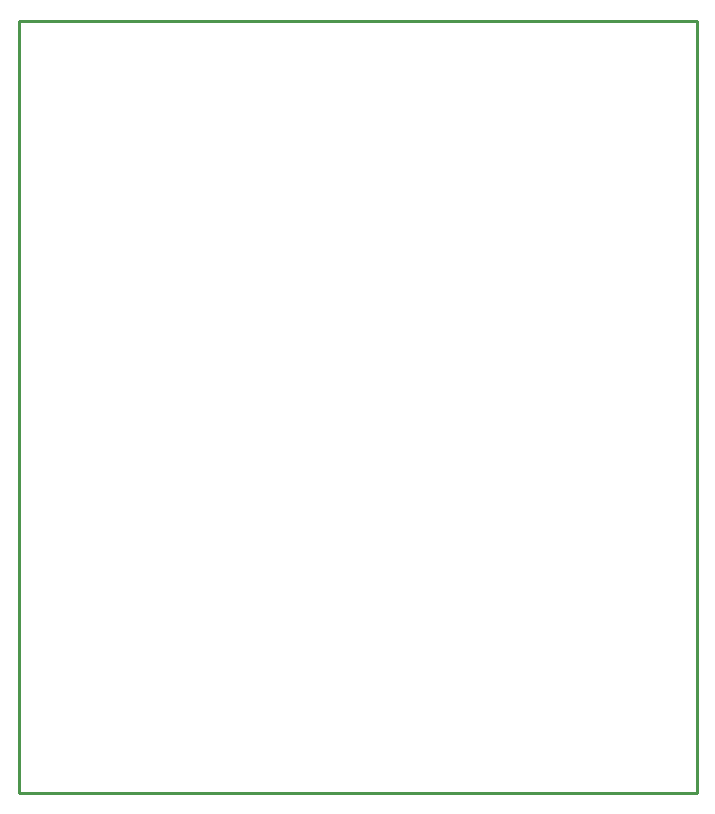
<source format=gko>
G04*
G04 #@! TF.GenerationSoftware,Altium Limited,Altium Designer,22.8.2 (66)*
G04*
G04 Layer_Color=16711935*
%FSLAX25Y25*%
%MOIN*%
G70*
G04*
G04 #@! TF.SameCoordinates,013CEF1E-E844-4C8F-9221-5B29E727AB2A*
G04*
G04*
G04 #@! TF.FilePolarity,Positive*
G04*
G01*
G75*
%ADD13C,0.01000*%
D13*
X0Y0D02*
X226000D01*
Y257500D01*
X0D02*
X226000D01*
X0Y0D02*
Y257500D01*
M02*

</source>
